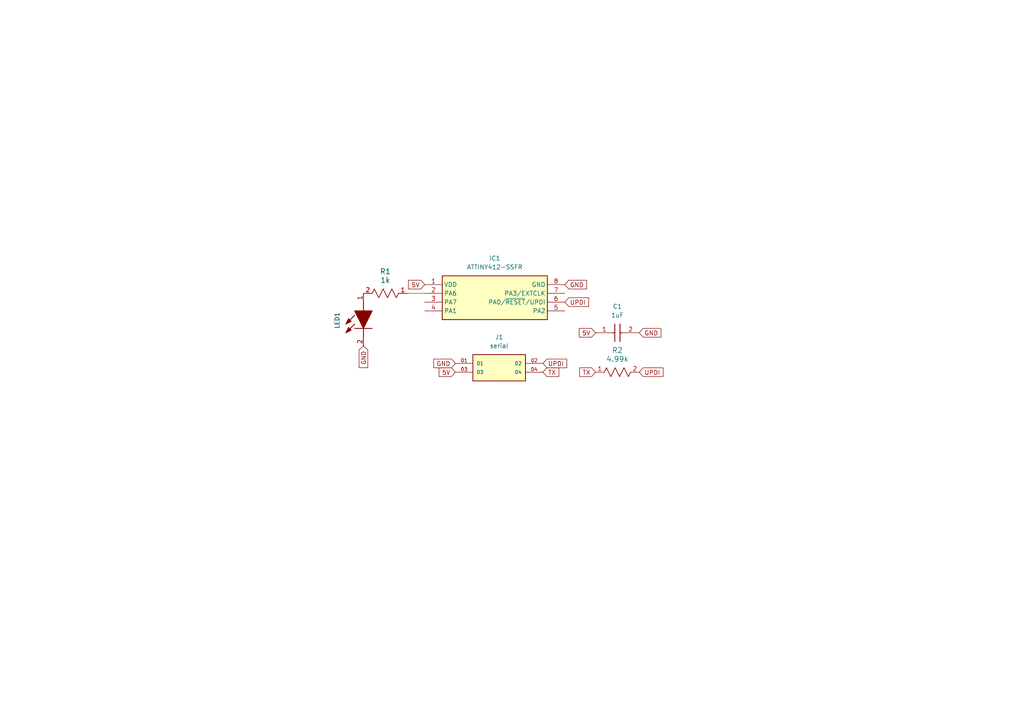
<source format=kicad_sch>
(kicad_sch (version 20250114) (generator "eeschema") (generator_version "9.0")
  (paper "A4")
  (lib_symbols
    (symbol "Neil:2x2x0.5 header" (pin_names (offset 1.016))
      (property "Reference" "J" (at -8.12 5.08 0))
      (property "Value" "FTSH-102-01-F-DV" (at -7.62 -5.08 0))
      (symbol "2x2x0.5 header_0_0"
        (rectangle (start -7.62 -2.54) (end 7.62 5.08) (stroke (width 0.254)) (fill (type background)))
        (pin passive line (at -12.7 2.54 0) (length 5.08) (name "01") (number "01"))
        (pin passive line (at -12.7 0 0) (length 5.08) (name "03") (number "03"))
        (pin passive line (at 12.7 2.54 180) (length 5.08) (name "02") (number "02"))
        (pin passive line (at 12.7 0 180) (length 5.08) (name "04") (number "04"))
      )
    )
    (symbol "Neil:ATTINY412-SSFR"
      (property "Reference" "IC" (at 36.83 7.62 0))
      (property "Value" "ATTINY412-SSFR" (at 36.83 5.08 0))
      (symbol "ATTINY412-SSFR_1_1"
        (rectangle (start 5.08 2.54) (end 35.56 -10.16) (stroke (width 0.254)) (fill (type background)))
        (pin passive line (at 0 0 0) (length 5.08) (name "VDD") (number "1"))
        (pin passive line (at 0 -2.54 0) (length 5.08) (name "PA6") (number "2"))
        (pin passive line (at 0 -5.08 0) (length 5.08) (name "PA7") (number "3"))
        (pin passive line (at 0 -7.62 0) (length 5.08) (name "PA1") (number "4"))
        (pin passive line (at 40.64 0 180) (length 5.08) (name "GND") (number "8"))
        (pin passive line (at 40.64 -2.54 180) (length 5.08) (name "PA3/EXTCLK") (number "7"))
        (pin passive line (at 40.64 -5.08 180) (length 5.08) (name "PA0/~{RESET}/UPDI") (number "6"))
        (pin passive line (at 40.64 -7.62 180) (length 5.08) (name "PA2") (number "5"))
      )
    )
    (symbol "Neil:Capacitor 1206" (pin_names (hide yes))
      (property "Reference" "C" (at 8.89 6.35 0))
      (property "Value" "1uF" (at 8.89 3.81 0))
      (symbol "Capacitor 1206_1_1"
        (polyline (pts (xy 5.08 0) (xy 5.588 0)) (stroke (width 0.254)))
        (polyline (pts (xy 5.588 2.54) (xy 5.588 -2.54)) (stroke (width 0.254)))
        (polyline (pts (xy 7.112 2.54) (xy 7.112 -2.54)) (stroke (width 0.254)))
        (polyline (pts (xy 7.112 0) (xy 7.62 0)) (stroke (width 0.254)))
        (pin passive line (at 0 0 0) (length 5.08) (name "1") (number "1"))
        (pin passive line (at 12.7 0 180) (length 5.08) (name "2") (number "2"))
      )
    )
    (symbol "Neil:LED 1206" (pin_names (hide yes))
      (property "Reference" "LED" (at 12.7 8.89 0))
      (property "Value" "SML-LX1206SRC-TR" (at 12.7 6.35 0))
      (symbol "LED 1206_1_1"
        (polyline (pts (xy 2.54 0) (xy 5.08 0)) (stroke (width 0.254)))
        (polyline (pts (xy 5.08 2.54) (xy 5.08 -2.54)) (stroke (width 0.254)))
        (polyline (pts (xy 5.08 0) (xy 10.16 2.54) (xy 10.16 -2.54) (xy 5.08 0)) (stroke (width 0.254)) (fill (type outline)))
        (polyline (pts (xy 5.334 4.318) (xy 4.572 3.556) (xy 3.81 5.08) (xy 5.334 4.318)) (stroke (width 0.254)) (fill (type outline)))
        (polyline (pts (xy 6.35 2.54) (xy 3.81 5.08)) (stroke (width 0.254)))
        (polyline (pts (xy 7.874 4.318) (xy 7.112 3.556) (xy 6.35 5.08) (xy 7.874 4.318)) (stroke (width 0.254)) (fill (type outline)))
        (polyline (pts (xy 8.89 2.54) (xy 6.35 5.08)) (stroke (width 0.254)))
        (polyline (pts (xy 10.16 0) (xy 12.7 0)) (stroke (width 0.254)))
        (pin passive line (at 0 0 0) (length 2.54) (name "K") (number "2"))
        (pin passive line (at 15.24 0 180) (length 2.54) (name "A") (number "1"))
      )
    )
    (symbol "Neil:Resistor 1206" (pin_names (offset 0.254))
      (property "Reference" "R" (at 5.715 3.81 0))
      (property "Value" "1k" (at 6.35 -3.81 0))
      (symbol "Resistor 1206_1_1"
        (polyline (pts (xy 2.54 0) (xy 3.175 1.27)) (stroke (width 0.2032)))
        (polyline (pts (xy 3.175 1.27) (xy 4.445 -1.27)) (stroke (width 0.2032)))
        (polyline (pts (xy 4.445 -1.27) (xy 5.715 1.27)) (stroke (width 0.2032)))
        (polyline (pts (xy 5.715 1.27) (xy 6.985 -1.27)) (stroke (width 0.2032)))
        (polyline (pts (xy 6.985 -1.27) (xy 8.255 1.27)) (stroke (width 0.2032)))
        (polyline (pts (xy 8.255 1.27) (xy 9.525 -1.27)) (stroke (width 0.2032)))
        (polyline (pts (xy 9.525 -1.27) (xy 10.16 0)) (stroke (width 0.2032)))
        (pin unspecified line (at 0 0 0) (length 2.54) (name "") (number "1"))
        (pin unspecified line (at 12.7 0 180) (length 2.54) (name "") (number "2"))
      )
      (symbol "Resistor 1206_1_2"
        (polyline (pts (xy -1.27 8.255) (xy 1.27 9.525)) (stroke (width 0.2032)))
        (polyline (pts (xy -1.27 5.715) (xy 1.27 6.985)) (stroke (width 0.2032)))
        (polyline (pts (xy -1.27 3.175) (xy 1.27 4.445)) (stroke (width 0.2032)))
        (polyline (pts (xy 0 2.54) (xy -1.27 3.175)) (stroke (width 0.2032)))
        (polyline (pts (xy 1.27 9.525) (xy 0 10.16)) (stroke (width 0.2032)))
        (polyline (pts (xy 1.27 6.985) (xy -1.27 8.255)) (stroke (width 0.2032)))
        (polyline (pts (xy 1.27 4.445) (xy -1.27 5.715)) (stroke (width 0.2032)))
        (pin unspecified line (at 0 12.7 270) (length 2.54) (name "") (number "1"))
        (pin unspecified line (at 0 0 90) (length 2.54) (name "") (number "2"))
      )
    )
  )
  (wire (pts (xy 118.11 85.09) (xy 123.19 85.09)))
  (global_label "GND" (shape input) (at 132.08 105.41 180) (property "Intersheetrefs" "${INTERSHEET_REFS}" (effects (hide yes))))
  (global_label "UPDI" (shape input) (at 157.48 105.41 0) (property "Intersheetrefs" "${INTERSHEET_REFS}" (effects (hide yes))))
  (global_label "5V" (shape input) (at 132.08 107.95 180) (property "Intersheetrefs" "${INTERSHEET_REFS}" (effects (hide yes))))
  (global_label "UPDI" (shape input) (at 185.42 107.95 0) (property "Intersheetrefs" "${INTERSHEET_REFS}" (effects (hide yes))))
  (global_label "UPDI" (shape input) (at 163.83 87.63 0) (property "Intersheetrefs" "${INTERSHEET_REFS}" (effects (hide yes))))
  (global_label "GND" (shape input) (at 185.42 96.52 0) (property "Intersheetrefs" "${INTERSHEET_REFS}" (effects (hide yes))))
  (global_label "TX" (shape input) (at 172.72 107.95 180) (property "Intersheetrefs" "${INTERSHEET_REFS}" (effects (hide yes))))
  (global_label "5V" (shape input) (at 172.72 96.52 180) (property "Intersheetrefs" "${INTERSHEET_REFS}" (effects (hide yes))))
  (global_label "GND" (shape input) (at 105.41 100.33 270) (property "Intersheetrefs" "${INTERSHEET_REFS}" (effects (hide yes))))
  (global_label "5V" (shape input) (at 123.19 82.55 180) (property "Intersheetrefs" "${INTERSHEET_REFS}" (effects (hide yes))))
  (global_label "GND" (shape input) (at 163.83 82.55 0) (property "Intersheetrefs" "${INTERSHEET_REFS}" (effects (hide yes))))
  (global_label "TX" (shape input) (at 157.48 107.95 0) (property "Intersheetrefs" "${INTERSHEET_REFS}" (effects (hide yes))))
  (symbol (lib_id "Neil:Resistor 1206") (at 118.11 85.09 180) (unit 1)
    (property "Reference" "R1" (at 111.76 78.74 0) (effects (font (size 1.524 1.524))))
    (property "Value" "1k" (at 111.76 81.28 0) (effects (font (size 1.524 1.524))))
    (property "Footprint" "Neil:Resistor 1206" (effects (hide yes)))
    (property "Datasheet" "RC1206FR-071KL" (effects (hide yes)))
  )
  (symbol (lib_id "Neil:2x2x0.5 header") (at 144.78 107.95 0) (unit 1)
    (property "Reference" "J1" (at 144.78 97.79 0))
    (property "Value" "serial" (at 144.78 100.33 0))
    (property "Footprint" "Neil:2x2x0.5 header" (effects (hide yes)))
    (property "DigiKey_Part_Number" "SAM8908-ND" (effects (hide yes)))
    (property "SnapEDA_Link" "https://www.snapeda.com/parts/FTSH-102-01-F-DV/Samtec+Inc./view-part/?ref=snap" (effects (hide yes)))
    (property "Description_1" "Connector Header Surface Mount 4 position 0.050 (1.27mm)" (effects (hide yes)))
    (property "Package" "None" (effects (hide yes)))
    (property "Check_prices" "https://www.snapeda.com/parts/FTSH-102-01-F-DV/Samtec+Inc./view-part/?ref=eda" (effects (hide yes)))
    (property "STANDARD" "Manufacturer Recommendations" (effects (hide yes)))
    (property "PARTREV" "R" (effects (hide yes)))
    (property "MF" "Samtec" (effects (hide yes)))
    (property "MP" "FTSH-102-01-F-DV" (effects (hide yes)))
    (property "MANUFACTURER" "Samtec" (effects (hide yes)))
  )
  (symbol (lib_id "Neil:LED 1206") (at 105.41 100.33 90) (unit 1)
    (property "Reference" "LED1" (at 97.79 92.964 0))
    (property "Value" "SML-LX1206SRC-TR" (effects (hide yes)))
    (property "Footprint" "Neil:LED 1206" (effects (hide yes)))
    (property "Datasheet" "https://mm.digikey.com/Volume0/opasdata/d220001/medias/docus/890/SML-LX1206SRC-TR.pdf" (effects (hide yes)))
    (property "Description" "LED RED CLEAR 1206 SMD" (effects (hide yes)))
    (property "Manufacturer_Name" "Lumex" (effects (hide yes)))
    (property "Manufacturer_Part_Number" "SML-LX1206SRC-TR" (effects (hide yes)))
    (property "Mouser Part Number" "696-SML-LX1206SRC" (effects (hide yes)))
    (property "Mouser Price/Stock" "https://www.mouser.co.uk/ProductDetail/Lumex/SML-LX1206SRC-TR?qs=0O4ZBxfQx6vySOktj4gTCg%3D%3D" (effects (hide yes)))
    (property "Arrow Part Number" "SML-LX1206SRC-TR" (effects (hide yes)))
    (property "Arrow Price/Stock" "https://www.arrow.com/en/products/sml-lx1206src-tr/lumex?region=nac" (effects (hide yes)))
  )
  (symbol (lib_id "Neil:Capacitor 1206") (at 172.72 96.52 0) (unit 1)
    (property "Reference" "C1" (at 179.07 88.9 0))
    (property "Value" "1uF" (at 179.07 91.44 0))
    (property "Footprint" "Neil:Resistor 1206" (effects (hide yes)))
    (property "Datasheet" "https://product.tdk.com/info/en/catalog/datasheets/mlcc_commercial_midvoltage_en.pdf" (effects (hide yes)))
    (property "Description" "1206 X7R ceramic capacitor 50V 1uF TDK C3216 C 1uF Ceramic Multilayer Capacitor, 50 V dc X7R Dielectric +/-10% SMD" (effects (hide yes)))
    (property "Height" "1.8" (effects (hide yes)))
    (property "Manufacturer_Name" "TDK" (effects (hide yes)))
    (property "Manufacturer_Part_Number" "C3216X7R1H105K160AB" (effects (hide yes)))
    (property "Mouser Part Number" "810-C3216X7R1H105K" (effects (hide yes)))
    (property "Mouser Price/Stock" "https://www.mouser.co.uk/ProductDetail/TDK/C3216X7R1H105K160AB?qs=NRhsANhppD9o2v7nR8CCQg%3D%3D" (effects (hide yes)))
    (property "Arrow Part Number" "C3216X7R1H105K160AB" (effects (hide yes)))
    (property "Arrow Price/Stock" "https://www.arrow.com/en/products/c3216x7r1h105k160ab/tdk?region=nac" (effects (hide yes)))
  )
  (symbol (lib_id "Neil:Resistor 1206") (at 172.72 107.95 0) (unit 1)
    (property "Reference" "R2" (at 179.07 101.6 0) (effects (font (size 1.524 1.524))))
    (property "Value" "4.99k" (at 179.07 104.14 0) (effects (font (size 1.524 1.524))))
    (property "Footprint" "Neil:Resistor 1206" (effects (hide yes)))
    (property "Datasheet" "RC1206FR-071KL" (effects (hide yes)))
  )
  (symbol (lib_id "Neil:ATTINY412-SSFR") (at 123.19 82.55 0) (unit 1)
    (property "Reference" "IC1" (at 143.51 74.93 0))
    (property "Value" "ATTINY412-SSFR" (at 143.51 77.47 0))
    (property "Footprint" "Neil:ATtiny412-SSFR" (effects (hide yes)))
    (property "Datasheet" "https://eagle.componentsearchengine.com/Datasheets/1/ATTINY412-SSFR.pdf" (effects (hide yes)))
    (property "Description" "8-bit Microcontrollers - MCU" (effects (hide yes)))
    (property "Height" "1.75" (effects (hide yes)))
    (property "Manufacturer_Name" "Microchip" (effects (hide yes)))
    (property "Manufacturer_Part_Number" "ATTINY412-SSFR" (effects (hide yes)))
    (property "Mouser Part Number" "579-ATTINY412-SSFR" (effects (hide yes)))
    (property "Mouser Price/Stock" "https://www.mouser.co.uk/ProductDetail/Microchip-Technology/ATTINY412-SSFR?qs=y6ZabgHbY%252ByvGFNAAE%252BkTA%3D%3D" (effects (hide yes)))
    (property "Arrow Part Number" "ATTINY412-SSFR" (effects (hide yes)))
    (property "Arrow Price/Stock" "https://www.arrow.com/en/products/attiny412-ssfr/microchip-technology?utm_currency=USD&region=nac" (effects (hide yes)))
  )
)
</source>
